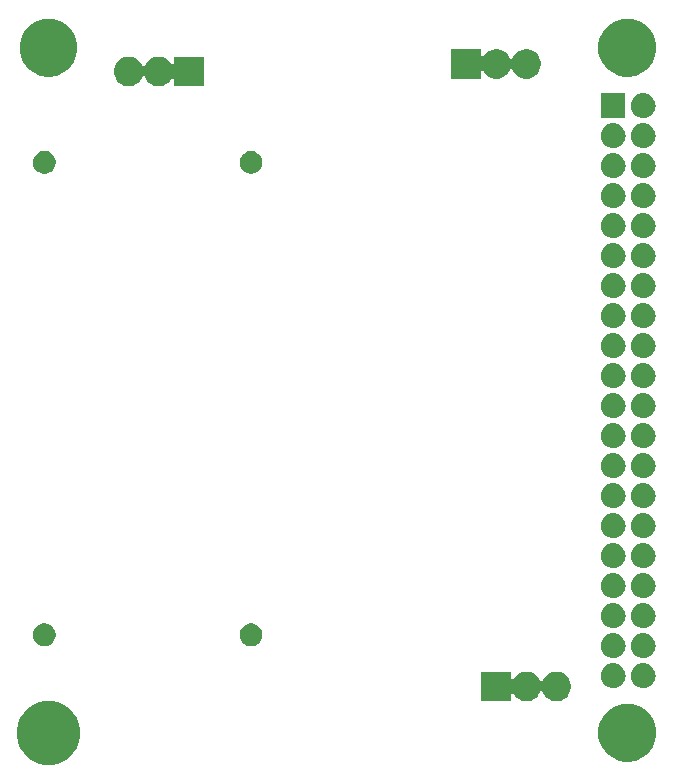
<source format=gbs>
%TF.GenerationSoftware,KiCad,Pcbnew,5.0.2-bee76a0~70~ubuntu18.10.1*%
%TF.CreationDate,2019-11-15T11:24:18+01:00*%
%TF.ProjectId,Busmaster_001,4275736d-6173-4746-9572-5f3030312e6b,rev?*%
%TF.SameCoordinates,Original*%
%TF.FileFunction,Soldermask,Bot*%
%TF.FilePolarity,Negative*%
%FSLAX46Y46*%
G04 Gerber Fmt 4.6, Leading zero omitted, Abs format (unit mm)*
G04 Created by KiCad (PCBNEW 5.0.2-bee76a0~70~ubuntu18.10.1) date Fr 15 Nov 2019 11:24:18 CET*
%MOMM*%
%LPD*%
G01*
G04 APERTURE LIST*
%ADD10C,0.100000*%
G04 APERTURE END LIST*
D10*
G36*
X30187560Y-140403759D02*
X30678928Y-140607290D01*
X30678930Y-140607291D01*
X30734096Y-140644152D01*
X31121153Y-140902775D01*
X31497225Y-141278847D01*
X31792710Y-141721072D01*
X31996241Y-142212440D01*
X32100000Y-142734072D01*
X32100000Y-143265928D01*
X31996241Y-143787560D01*
X31792710Y-144278928D01*
X31497225Y-144721153D01*
X31121153Y-145097225D01*
X31121150Y-145097227D01*
X30678930Y-145392709D01*
X30678929Y-145392710D01*
X30678928Y-145392710D01*
X30187560Y-145596241D01*
X29665928Y-145700000D01*
X29134072Y-145700000D01*
X28612440Y-145596241D01*
X28121072Y-145392710D01*
X28121071Y-145392710D01*
X28121070Y-145392709D01*
X27678850Y-145097227D01*
X27678847Y-145097225D01*
X27302775Y-144721153D01*
X27007290Y-144278928D01*
X26803759Y-143787560D01*
X26700000Y-143265928D01*
X26700000Y-142734072D01*
X26803759Y-142212440D01*
X27007290Y-141721072D01*
X27302775Y-141278847D01*
X27678847Y-140902775D01*
X28065904Y-140644152D01*
X28121070Y-140607291D01*
X28121072Y-140607290D01*
X28612440Y-140403759D01*
X29134072Y-140300000D01*
X29665928Y-140300000D01*
X30187560Y-140403759D01*
X30187560Y-140403759D01*
G37*
G36*
X78877971Y-140597076D02*
X79114639Y-140644152D01*
X79560510Y-140828838D01*
X79961784Y-141096960D01*
X80303040Y-141438216D01*
X80571162Y-141839490D01*
X80755848Y-142285361D01*
X80850000Y-142758696D01*
X80850000Y-143241304D01*
X80755848Y-143714639D01*
X80571162Y-144160510D01*
X80303040Y-144561784D01*
X79961784Y-144903040D01*
X79560510Y-145171162D01*
X79114639Y-145355848D01*
X78929326Y-145392709D01*
X78641305Y-145450000D01*
X78158695Y-145450000D01*
X77870674Y-145392709D01*
X77685361Y-145355848D01*
X77239490Y-145171162D01*
X76838216Y-144903040D01*
X76496960Y-144561784D01*
X76228838Y-144160510D01*
X76044152Y-143714639D01*
X75950000Y-143241304D01*
X75950000Y-142758696D01*
X76044152Y-142285361D01*
X76228838Y-141839490D01*
X76496960Y-141438216D01*
X76838216Y-141096960D01*
X77239490Y-140828838D01*
X77685361Y-140644152D01*
X77922029Y-140597076D01*
X78158695Y-140550000D01*
X78641305Y-140550000D01*
X78877971Y-140597076D01*
X78877971Y-140597076D01*
G37*
G36*
X68560000Y-138333611D02*
X68562402Y-138357997D01*
X68569515Y-138381446D01*
X68581066Y-138403057D01*
X68596612Y-138421999D01*
X68615554Y-138437545D01*
X68637165Y-138449096D01*
X68660614Y-138456209D01*
X68685000Y-138458611D01*
X68709386Y-138456209D01*
X68732835Y-138449096D01*
X68754446Y-138437545D01*
X68773388Y-138421999D01*
X68788934Y-138403058D01*
X68879065Y-138268168D01*
X69053169Y-138094064D01*
X69257904Y-137957264D01*
X69485388Y-137863037D01*
X69726885Y-137815000D01*
X69973115Y-137815000D01*
X70214612Y-137863037D01*
X70442096Y-137957264D01*
X70646831Y-138094064D01*
X70820936Y-138268169D01*
X70957736Y-138472904D01*
X71004515Y-138585839D01*
X71016066Y-138607450D01*
X71031611Y-138626392D01*
X71050554Y-138641938D01*
X71072164Y-138653489D01*
X71095613Y-138660602D01*
X71120000Y-138663004D01*
X71144386Y-138660602D01*
X71167835Y-138653489D01*
X71189446Y-138641938D01*
X71208388Y-138626393D01*
X71223934Y-138607450D01*
X71235485Y-138585839D01*
X71282264Y-138472904D01*
X71419064Y-138268169D01*
X71593169Y-138094064D01*
X71797904Y-137957264D01*
X72025388Y-137863037D01*
X72266885Y-137815000D01*
X72513115Y-137815000D01*
X72754612Y-137863037D01*
X72982096Y-137957264D01*
X73186831Y-138094064D01*
X73360936Y-138268169D01*
X73497736Y-138472904D01*
X73591963Y-138700388D01*
X73640000Y-138941885D01*
X73640000Y-139188115D01*
X73591963Y-139429612D01*
X73497736Y-139657096D01*
X73360936Y-139861831D01*
X73186831Y-140035936D01*
X72982096Y-140172736D01*
X72754612Y-140266963D01*
X72513115Y-140315000D01*
X72266885Y-140315000D01*
X72025388Y-140266963D01*
X71797904Y-140172736D01*
X71593169Y-140035936D01*
X71419064Y-139861831D01*
X71282264Y-139657096D01*
X71235485Y-139544161D01*
X71223934Y-139522550D01*
X71208389Y-139503608D01*
X71189446Y-139488062D01*
X71167836Y-139476511D01*
X71144387Y-139469398D01*
X71120000Y-139466996D01*
X71095614Y-139469398D01*
X71072165Y-139476511D01*
X71050554Y-139488062D01*
X71031612Y-139503607D01*
X71016066Y-139522550D01*
X71004515Y-139544161D01*
X70957736Y-139657096D01*
X70820936Y-139861831D01*
X70646831Y-140035936D01*
X70442096Y-140172736D01*
X70214612Y-140266963D01*
X69973115Y-140315000D01*
X69726885Y-140315000D01*
X69485388Y-140266963D01*
X69257904Y-140172736D01*
X69053169Y-140035936D01*
X68879065Y-139861832D01*
X68788934Y-139726942D01*
X68773388Y-139708000D01*
X68754446Y-139692455D01*
X68732835Y-139680904D01*
X68709386Y-139673791D01*
X68685000Y-139671389D01*
X68660613Y-139673791D01*
X68637164Y-139680904D01*
X68615553Y-139692455D01*
X68596611Y-139708001D01*
X68581066Y-139726943D01*
X68569515Y-139748554D01*
X68562402Y-139772003D01*
X68560000Y-139796389D01*
X68560000Y-140315000D01*
X66060000Y-140315000D01*
X66060000Y-137815000D01*
X68560000Y-137815000D01*
X68560000Y-138333611D01*
X68560000Y-138333611D01*
G37*
G36*
X77328707Y-137117597D02*
X77405836Y-137125193D01*
X77537787Y-137165220D01*
X77603763Y-137185233D01*
X77786172Y-137282733D01*
X77946054Y-137413946D01*
X78077267Y-137573828D01*
X78174767Y-137756237D01*
X78174767Y-137756238D01*
X78234807Y-137954164D01*
X78255080Y-138160000D01*
X78234807Y-138365836D01*
X78217770Y-138421999D01*
X78174767Y-138563763D01*
X78077267Y-138746172D01*
X77946054Y-138906054D01*
X77786172Y-139037267D01*
X77603763Y-139134767D01*
X77537787Y-139154780D01*
X77405836Y-139194807D01*
X77328707Y-139202403D01*
X77251580Y-139210000D01*
X77148420Y-139210000D01*
X77071293Y-139202403D01*
X76994164Y-139194807D01*
X76862213Y-139154780D01*
X76796237Y-139134767D01*
X76613828Y-139037267D01*
X76453946Y-138906054D01*
X76322733Y-138746172D01*
X76225233Y-138563763D01*
X76182230Y-138421999D01*
X76165193Y-138365836D01*
X76144920Y-138160000D01*
X76165193Y-137954164D01*
X76225233Y-137756238D01*
X76225233Y-137756237D01*
X76322733Y-137573828D01*
X76453946Y-137413946D01*
X76613828Y-137282733D01*
X76796237Y-137185233D01*
X76862213Y-137165220D01*
X76994164Y-137125193D01*
X77071293Y-137117597D01*
X77148420Y-137110000D01*
X77251580Y-137110000D01*
X77328707Y-137117597D01*
X77328707Y-137117597D01*
G37*
G36*
X79868707Y-137117597D02*
X79945836Y-137125193D01*
X80077787Y-137165220D01*
X80143763Y-137185233D01*
X80326172Y-137282733D01*
X80486054Y-137413946D01*
X80617267Y-137573828D01*
X80714767Y-137756237D01*
X80714767Y-137756238D01*
X80774807Y-137954164D01*
X80795080Y-138160000D01*
X80774807Y-138365836D01*
X80757770Y-138421999D01*
X80714767Y-138563763D01*
X80617267Y-138746172D01*
X80486054Y-138906054D01*
X80326172Y-139037267D01*
X80143763Y-139134767D01*
X80077787Y-139154780D01*
X79945836Y-139194807D01*
X79868707Y-139202403D01*
X79791580Y-139210000D01*
X79688420Y-139210000D01*
X79611293Y-139202403D01*
X79534164Y-139194807D01*
X79402213Y-139154780D01*
X79336237Y-139134767D01*
X79153828Y-139037267D01*
X78993946Y-138906054D01*
X78862733Y-138746172D01*
X78765233Y-138563763D01*
X78722230Y-138421999D01*
X78705193Y-138365836D01*
X78684920Y-138160000D01*
X78705193Y-137954164D01*
X78765233Y-137756238D01*
X78765233Y-137756237D01*
X78862733Y-137573828D01*
X78993946Y-137413946D01*
X79153828Y-137282733D01*
X79336237Y-137185233D01*
X79402213Y-137165220D01*
X79534164Y-137125193D01*
X79611293Y-137117597D01*
X79688420Y-137110000D01*
X79791580Y-137110000D01*
X79868707Y-137117597D01*
X79868707Y-137117597D01*
G37*
G36*
X77328707Y-134577597D02*
X77405836Y-134585193D01*
X77537787Y-134625220D01*
X77603763Y-134645233D01*
X77786172Y-134742733D01*
X77946054Y-134873946D01*
X78077267Y-135033828D01*
X78174767Y-135216237D01*
X78174767Y-135216238D01*
X78234807Y-135414164D01*
X78255080Y-135620000D01*
X78234807Y-135825836D01*
X78194780Y-135957787D01*
X78174767Y-136023763D01*
X78077267Y-136206172D01*
X77946054Y-136366054D01*
X77786172Y-136497267D01*
X77603763Y-136594767D01*
X77537787Y-136614780D01*
X77405836Y-136654807D01*
X77328707Y-136662404D01*
X77251580Y-136670000D01*
X77148420Y-136670000D01*
X77071293Y-136662404D01*
X76994164Y-136654807D01*
X76862213Y-136614780D01*
X76796237Y-136594767D01*
X76613828Y-136497267D01*
X76453946Y-136366054D01*
X76322733Y-136206172D01*
X76225233Y-136023763D01*
X76205220Y-135957787D01*
X76165193Y-135825836D01*
X76144920Y-135620000D01*
X76165193Y-135414164D01*
X76225233Y-135216238D01*
X76225233Y-135216237D01*
X76322733Y-135033828D01*
X76453946Y-134873946D01*
X76613828Y-134742733D01*
X76796237Y-134645233D01*
X76862213Y-134625220D01*
X76994164Y-134585193D01*
X77071293Y-134577597D01*
X77148420Y-134570000D01*
X77251580Y-134570000D01*
X77328707Y-134577597D01*
X77328707Y-134577597D01*
G37*
G36*
X79868707Y-134577597D02*
X79945836Y-134585193D01*
X80077787Y-134625220D01*
X80143763Y-134645233D01*
X80326172Y-134742733D01*
X80486054Y-134873946D01*
X80617267Y-135033828D01*
X80714767Y-135216237D01*
X80714767Y-135216238D01*
X80774807Y-135414164D01*
X80795080Y-135620000D01*
X80774807Y-135825836D01*
X80734780Y-135957787D01*
X80714767Y-136023763D01*
X80617267Y-136206172D01*
X80486054Y-136366054D01*
X80326172Y-136497267D01*
X80143763Y-136594767D01*
X80077787Y-136614780D01*
X79945836Y-136654807D01*
X79868707Y-136662404D01*
X79791580Y-136670000D01*
X79688420Y-136670000D01*
X79611293Y-136662404D01*
X79534164Y-136654807D01*
X79402213Y-136614780D01*
X79336237Y-136594767D01*
X79153828Y-136497267D01*
X78993946Y-136366054D01*
X78862733Y-136206172D01*
X78765233Y-136023763D01*
X78745220Y-135957787D01*
X78705193Y-135825836D01*
X78684920Y-135620000D01*
X78705193Y-135414164D01*
X78765233Y-135216238D01*
X78765233Y-135216237D01*
X78862733Y-135033828D01*
X78993946Y-134873946D01*
X79153828Y-134742733D01*
X79336237Y-134645233D01*
X79402213Y-134625220D01*
X79534164Y-134585193D01*
X79611293Y-134577597D01*
X79688420Y-134570000D01*
X79791580Y-134570000D01*
X79868707Y-134577597D01*
X79868707Y-134577597D01*
G37*
G36*
X46830603Y-133774968D02*
X46830606Y-133774969D01*
X46830605Y-133774969D01*
X47005678Y-133847486D01*
X47005679Y-133847487D01*
X47163241Y-133952767D01*
X47297233Y-134086759D01*
X47297234Y-134086761D01*
X47402514Y-134244322D01*
X47458603Y-134379734D01*
X47475032Y-134419397D01*
X47512000Y-134605250D01*
X47512000Y-134794750D01*
X47475032Y-134980603D01*
X47475031Y-134980605D01*
X47402514Y-135155678D01*
X47402513Y-135155679D01*
X47297233Y-135313241D01*
X47163241Y-135447233D01*
X47083923Y-135500232D01*
X47005678Y-135552514D01*
X46870266Y-135608603D01*
X46830603Y-135625032D01*
X46644750Y-135662000D01*
X46455250Y-135662000D01*
X46269397Y-135625032D01*
X46229734Y-135608603D01*
X46094322Y-135552514D01*
X46016077Y-135500232D01*
X45936759Y-135447233D01*
X45802767Y-135313241D01*
X45697487Y-135155679D01*
X45697486Y-135155678D01*
X45624969Y-134980605D01*
X45624968Y-134980603D01*
X45588000Y-134794750D01*
X45588000Y-134605250D01*
X45624968Y-134419397D01*
X45641397Y-134379734D01*
X45697486Y-134244322D01*
X45802766Y-134086761D01*
X45802767Y-134086759D01*
X45936759Y-133952767D01*
X46094321Y-133847487D01*
X46094322Y-133847486D01*
X46269395Y-133774969D01*
X46269394Y-133774969D01*
X46269397Y-133774968D01*
X46455250Y-133738000D01*
X46644750Y-133738000D01*
X46830603Y-133774968D01*
X46830603Y-133774968D01*
G37*
G36*
X29330603Y-133774968D02*
X29330606Y-133774969D01*
X29330605Y-133774969D01*
X29505678Y-133847486D01*
X29505679Y-133847487D01*
X29663241Y-133952767D01*
X29797233Y-134086759D01*
X29797234Y-134086761D01*
X29902514Y-134244322D01*
X29958603Y-134379734D01*
X29975032Y-134419397D01*
X30012000Y-134605250D01*
X30012000Y-134794750D01*
X29975032Y-134980603D01*
X29975031Y-134980605D01*
X29902514Y-135155678D01*
X29902513Y-135155679D01*
X29797233Y-135313241D01*
X29663241Y-135447233D01*
X29583923Y-135500232D01*
X29505678Y-135552514D01*
X29370266Y-135608603D01*
X29330603Y-135625032D01*
X29144750Y-135662000D01*
X28955250Y-135662000D01*
X28769397Y-135625032D01*
X28729734Y-135608603D01*
X28594322Y-135552514D01*
X28516077Y-135500232D01*
X28436759Y-135447233D01*
X28302767Y-135313241D01*
X28197487Y-135155679D01*
X28197486Y-135155678D01*
X28124969Y-134980605D01*
X28124968Y-134980603D01*
X28088000Y-134794750D01*
X28088000Y-134605250D01*
X28124968Y-134419397D01*
X28141397Y-134379734D01*
X28197486Y-134244322D01*
X28302766Y-134086761D01*
X28302767Y-134086759D01*
X28436759Y-133952767D01*
X28594321Y-133847487D01*
X28594322Y-133847486D01*
X28769395Y-133774969D01*
X28769394Y-133774969D01*
X28769397Y-133774968D01*
X28955250Y-133738000D01*
X29144750Y-133738000D01*
X29330603Y-133774968D01*
X29330603Y-133774968D01*
G37*
G36*
X77328707Y-132037597D02*
X77405836Y-132045193D01*
X77537787Y-132085220D01*
X77603763Y-132105233D01*
X77786172Y-132202733D01*
X77946054Y-132333946D01*
X78077267Y-132493828D01*
X78174767Y-132676237D01*
X78174767Y-132676238D01*
X78234807Y-132874164D01*
X78255080Y-133080000D01*
X78234807Y-133285836D01*
X78194780Y-133417787D01*
X78174767Y-133483763D01*
X78077267Y-133666172D01*
X77946054Y-133826054D01*
X77786172Y-133957267D01*
X77603763Y-134054767D01*
X77537787Y-134074780D01*
X77405836Y-134114807D01*
X77328707Y-134122403D01*
X77251580Y-134130000D01*
X77148420Y-134130000D01*
X77071293Y-134122403D01*
X76994164Y-134114807D01*
X76862213Y-134074780D01*
X76796237Y-134054767D01*
X76613828Y-133957267D01*
X76453946Y-133826054D01*
X76322733Y-133666172D01*
X76225233Y-133483763D01*
X76205220Y-133417787D01*
X76165193Y-133285836D01*
X76144920Y-133080000D01*
X76165193Y-132874164D01*
X76225233Y-132676238D01*
X76225233Y-132676237D01*
X76322733Y-132493828D01*
X76453946Y-132333946D01*
X76613828Y-132202733D01*
X76796237Y-132105233D01*
X76862213Y-132085220D01*
X76994164Y-132045193D01*
X77071293Y-132037597D01*
X77148420Y-132030000D01*
X77251580Y-132030000D01*
X77328707Y-132037597D01*
X77328707Y-132037597D01*
G37*
G36*
X79868707Y-132037597D02*
X79945836Y-132045193D01*
X80077787Y-132085220D01*
X80143763Y-132105233D01*
X80326172Y-132202733D01*
X80486054Y-132333946D01*
X80617267Y-132493828D01*
X80714767Y-132676237D01*
X80714767Y-132676238D01*
X80774807Y-132874164D01*
X80795080Y-133080000D01*
X80774807Y-133285836D01*
X80734780Y-133417787D01*
X80714767Y-133483763D01*
X80617267Y-133666172D01*
X80486054Y-133826054D01*
X80326172Y-133957267D01*
X80143763Y-134054767D01*
X80077787Y-134074780D01*
X79945836Y-134114807D01*
X79868707Y-134122403D01*
X79791580Y-134130000D01*
X79688420Y-134130000D01*
X79611293Y-134122403D01*
X79534164Y-134114807D01*
X79402213Y-134074780D01*
X79336237Y-134054767D01*
X79153828Y-133957267D01*
X78993946Y-133826054D01*
X78862733Y-133666172D01*
X78765233Y-133483763D01*
X78745220Y-133417787D01*
X78705193Y-133285836D01*
X78684920Y-133080000D01*
X78705193Y-132874164D01*
X78765233Y-132676238D01*
X78765233Y-132676237D01*
X78862733Y-132493828D01*
X78993946Y-132333946D01*
X79153828Y-132202733D01*
X79336237Y-132105233D01*
X79402213Y-132085220D01*
X79534164Y-132045193D01*
X79611293Y-132037597D01*
X79688420Y-132030000D01*
X79791580Y-132030000D01*
X79868707Y-132037597D01*
X79868707Y-132037597D01*
G37*
G36*
X77328707Y-129497597D02*
X77405836Y-129505193D01*
X77537787Y-129545220D01*
X77603763Y-129565233D01*
X77786172Y-129662733D01*
X77946054Y-129793946D01*
X78077267Y-129953828D01*
X78174767Y-130136237D01*
X78174767Y-130136238D01*
X78234807Y-130334164D01*
X78255080Y-130540000D01*
X78234807Y-130745836D01*
X78194780Y-130877787D01*
X78174767Y-130943763D01*
X78077267Y-131126172D01*
X77946054Y-131286054D01*
X77786172Y-131417267D01*
X77603763Y-131514767D01*
X77537787Y-131534780D01*
X77405836Y-131574807D01*
X77328707Y-131582403D01*
X77251580Y-131590000D01*
X77148420Y-131590000D01*
X77071293Y-131582403D01*
X76994164Y-131574807D01*
X76862213Y-131534780D01*
X76796237Y-131514767D01*
X76613828Y-131417267D01*
X76453946Y-131286054D01*
X76322733Y-131126172D01*
X76225233Y-130943763D01*
X76205220Y-130877787D01*
X76165193Y-130745836D01*
X76144920Y-130540000D01*
X76165193Y-130334164D01*
X76225233Y-130136238D01*
X76225233Y-130136237D01*
X76322733Y-129953828D01*
X76453946Y-129793946D01*
X76613828Y-129662733D01*
X76796237Y-129565233D01*
X76862213Y-129545220D01*
X76994164Y-129505193D01*
X77071293Y-129497597D01*
X77148420Y-129490000D01*
X77251580Y-129490000D01*
X77328707Y-129497597D01*
X77328707Y-129497597D01*
G37*
G36*
X79868707Y-129497597D02*
X79945836Y-129505193D01*
X80077787Y-129545220D01*
X80143763Y-129565233D01*
X80326172Y-129662733D01*
X80486054Y-129793946D01*
X80617267Y-129953828D01*
X80714767Y-130136237D01*
X80714767Y-130136238D01*
X80774807Y-130334164D01*
X80795080Y-130540000D01*
X80774807Y-130745836D01*
X80734780Y-130877787D01*
X80714767Y-130943763D01*
X80617267Y-131126172D01*
X80486054Y-131286054D01*
X80326172Y-131417267D01*
X80143763Y-131514767D01*
X80077787Y-131534780D01*
X79945836Y-131574807D01*
X79868707Y-131582403D01*
X79791580Y-131590000D01*
X79688420Y-131590000D01*
X79611293Y-131582403D01*
X79534164Y-131574807D01*
X79402213Y-131534780D01*
X79336237Y-131514767D01*
X79153828Y-131417267D01*
X78993946Y-131286054D01*
X78862733Y-131126172D01*
X78765233Y-130943763D01*
X78745220Y-130877787D01*
X78705193Y-130745836D01*
X78684920Y-130540000D01*
X78705193Y-130334164D01*
X78765233Y-130136238D01*
X78765233Y-130136237D01*
X78862733Y-129953828D01*
X78993946Y-129793946D01*
X79153828Y-129662733D01*
X79336237Y-129565233D01*
X79402213Y-129545220D01*
X79534164Y-129505193D01*
X79611293Y-129497597D01*
X79688420Y-129490000D01*
X79791580Y-129490000D01*
X79868707Y-129497597D01*
X79868707Y-129497597D01*
G37*
G36*
X79868707Y-126957597D02*
X79945836Y-126965193D01*
X80077787Y-127005220D01*
X80143763Y-127025233D01*
X80326172Y-127122733D01*
X80486054Y-127253946D01*
X80617267Y-127413828D01*
X80714767Y-127596237D01*
X80714767Y-127596238D01*
X80774807Y-127794164D01*
X80795080Y-128000000D01*
X80774807Y-128205836D01*
X80734780Y-128337787D01*
X80714767Y-128403763D01*
X80617267Y-128586172D01*
X80486054Y-128746054D01*
X80326172Y-128877267D01*
X80143763Y-128974767D01*
X80077787Y-128994780D01*
X79945836Y-129034807D01*
X79868707Y-129042403D01*
X79791580Y-129050000D01*
X79688420Y-129050000D01*
X79611293Y-129042403D01*
X79534164Y-129034807D01*
X79402213Y-128994780D01*
X79336237Y-128974767D01*
X79153828Y-128877267D01*
X78993946Y-128746054D01*
X78862733Y-128586172D01*
X78765233Y-128403763D01*
X78745220Y-128337787D01*
X78705193Y-128205836D01*
X78684920Y-128000000D01*
X78705193Y-127794164D01*
X78765233Y-127596238D01*
X78765233Y-127596237D01*
X78862733Y-127413828D01*
X78993946Y-127253946D01*
X79153828Y-127122733D01*
X79336237Y-127025233D01*
X79402213Y-127005220D01*
X79534164Y-126965193D01*
X79611293Y-126957597D01*
X79688420Y-126950000D01*
X79791580Y-126950000D01*
X79868707Y-126957597D01*
X79868707Y-126957597D01*
G37*
G36*
X77328707Y-126957597D02*
X77405836Y-126965193D01*
X77537787Y-127005220D01*
X77603763Y-127025233D01*
X77786172Y-127122733D01*
X77946054Y-127253946D01*
X78077267Y-127413828D01*
X78174767Y-127596237D01*
X78174767Y-127596238D01*
X78234807Y-127794164D01*
X78255080Y-128000000D01*
X78234807Y-128205836D01*
X78194780Y-128337787D01*
X78174767Y-128403763D01*
X78077267Y-128586172D01*
X77946054Y-128746054D01*
X77786172Y-128877267D01*
X77603763Y-128974767D01*
X77537787Y-128994780D01*
X77405836Y-129034807D01*
X77328707Y-129042403D01*
X77251580Y-129050000D01*
X77148420Y-129050000D01*
X77071293Y-129042403D01*
X76994164Y-129034807D01*
X76862213Y-128994780D01*
X76796237Y-128974767D01*
X76613828Y-128877267D01*
X76453946Y-128746054D01*
X76322733Y-128586172D01*
X76225233Y-128403763D01*
X76205220Y-128337787D01*
X76165193Y-128205836D01*
X76144920Y-128000000D01*
X76165193Y-127794164D01*
X76225233Y-127596238D01*
X76225233Y-127596237D01*
X76322733Y-127413828D01*
X76453946Y-127253946D01*
X76613828Y-127122733D01*
X76796237Y-127025233D01*
X76862213Y-127005220D01*
X76994164Y-126965193D01*
X77071293Y-126957597D01*
X77148420Y-126950000D01*
X77251580Y-126950000D01*
X77328707Y-126957597D01*
X77328707Y-126957597D01*
G37*
G36*
X77328707Y-124417597D02*
X77405836Y-124425193D01*
X77537787Y-124465220D01*
X77603763Y-124485233D01*
X77786172Y-124582733D01*
X77946054Y-124713946D01*
X78077267Y-124873828D01*
X78174767Y-125056237D01*
X78174767Y-125056238D01*
X78234807Y-125254164D01*
X78255080Y-125460000D01*
X78234807Y-125665836D01*
X78194780Y-125797787D01*
X78174767Y-125863763D01*
X78077267Y-126046172D01*
X77946054Y-126206054D01*
X77786172Y-126337267D01*
X77603763Y-126434767D01*
X77537787Y-126454780D01*
X77405836Y-126494807D01*
X77328707Y-126502404D01*
X77251580Y-126510000D01*
X77148420Y-126510000D01*
X77071293Y-126502404D01*
X76994164Y-126494807D01*
X76862213Y-126454780D01*
X76796237Y-126434767D01*
X76613828Y-126337267D01*
X76453946Y-126206054D01*
X76322733Y-126046172D01*
X76225233Y-125863763D01*
X76205220Y-125797787D01*
X76165193Y-125665836D01*
X76144920Y-125460000D01*
X76165193Y-125254164D01*
X76225233Y-125056238D01*
X76225233Y-125056237D01*
X76322733Y-124873828D01*
X76453946Y-124713946D01*
X76613828Y-124582733D01*
X76796237Y-124485233D01*
X76862213Y-124465220D01*
X76994164Y-124425193D01*
X77071293Y-124417597D01*
X77148420Y-124410000D01*
X77251580Y-124410000D01*
X77328707Y-124417597D01*
X77328707Y-124417597D01*
G37*
G36*
X79868707Y-124417597D02*
X79945836Y-124425193D01*
X80077787Y-124465220D01*
X80143763Y-124485233D01*
X80326172Y-124582733D01*
X80486054Y-124713946D01*
X80617267Y-124873828D01*
X80714767Y-125056237D01*
X80714767Y-125056238D01*
X80774807Y-125254164D01*
X80795080Y-125460000D01*
X80774807Y-125665836D01*
X80734780Y-125797787D01*
X80714767Y-125863763D01*
X80617267Y-126046172D01*
X80486054Y-126206054D01*
X80326172Y-126337267D01*
X80143763Y-126434767D01*
X80077787Y-126454780D01*
X79945836Y-126494807D01*
X79868707Y-126502404D01*
X79791580Y-126510000D01*
X79688420Y-126510000D01*
X79611293Y-126502404D01*
X79534164Y-126494807D01*
X79402213Y-126454780D01*
X79336237Y-126434767D01*
X79153828Y-126337267D01*
X78993946Y-126206054D01*
X78862733Y-126046172D01*
X78765233Y-125863763D01*
X78745220Y-125797787D01*
X78705193Y-125665836D01*
X78684920Y-125460000D01*
X78705193Y-125254164D01*
X78765233Y-125056238D01*
X78765233Y-125056237D01*
X78862733Y-124873828D01*
X78993946Y-124713946D01*
X79153828Y-124582733D01*
X79336237Y-124485233D01*
X79402213Y-124465220D01*
X79534164Y-124425193D01*
X79611293Y-124417597D01*
X79688420Y-124410000D01*
X79791580Y-124410000D01*
X79868707Y-124417597D01*
X79868707Y-124417597D01*
G37*
G36*
X77328707Y-121877597D02*
X77405836Y-121885193D01*
X77537787Y-121925220D01*
X77603763Y-121945233D01*
X77786172Y-122042733D01*
X77946054Y-122173946D01*
X78077267Y-122333828D01*
X78174767Y-122516237D01*
X78174767Y-122516238D01*
X78234807Y-122714164D01*
X78255080Y-122920000D01*
X78234807Y-123125836D01*
X78194780Y-123257787D01*
X78174767Y-123323763D01*
X78077267Y-123506172D01*
X77946054Y-123666054D01*
X77786172Y-123797267D01*
X77603763Y-123894767D01*
X77537787Y-123914780D01*
X77405836Y-123954807D01*
X77328707Y-123962403D01*
X77251580Y-123970000D01*
X77148420Y-123970000D01*
X77071293Y-123962403D01*
X76994164Y-123954807D01*
X76862213Y-123914780D01*
X76796237Y-123894767D01*
X76613828Y-123797267D01*
X76453946Y-123666054D01*
X76322733Y-123506172D01*
X76225233Y-123323763D01*
X76205220Y-123257787D01*
X76165193Y-123125836D01*
X76144920Y-122920000D01*
X76165193Y-122714164D01*
X76225233Y-122516238D01*
X76225233Y-122516237D01*
X76322733Y-122333828D01*
X76453946Y-122173946D01*
X76613828Y-122042733D01*
X76796237Y-121945233D01*
X76862213Y-121925220D01*
X76994164Y-121885193D01*
X77071293Y-121877597D01*
X77148420Y-121870000D01*
X77251580Y-121870000D01*
X77328707Y-121877597D01*
X77328707Y-121877597D01*
G37*
G36*
X79868707Y-121877597D02*
X79945836Y-121885193D01*
X80077787Y-121925220D01*
X80143763Y-121945233D01*
X80326172Y-122042733D01*
X80486054Y-122173946D01*
X80617267Y-122333828D01*
X80714767Y-122516237D01*
X80714767Y-122516238D01*
X80774807Y-122714164D01*
X80795080Y-122920000D01*
X80774807Y-123125836D01*
X80734780Y-123257787D01*
X80714767Y-123323763D01*
X80617267Y-123506172D01*
X80486054Y-123666054D01*
X80326172Y-123797267D01*
X80143763Y-123894767D01*
X80077787Y-123914780D01*
X79945836Y-123954807D01*
X79868707Y-123962403D01*
X79791580Y-123970000D01*
X79688420Y-123970000D01*
X79611293Y-123962403D01*
X79534164Y-123954807D01*
X79402213Y-123914780D01*
X79336237Y-123894767D01*
X79153828Y-123797267D01*
X78993946Y-123666054D01*
X78862733Y-123506172D01*
X78765233Y-123323763D01*
X78745220Y-123257787D01*
X78705193Y-123125836D01*
X78684920Y-122920000D01*
X78705193Y-122714164D01*
X78765233Y-122516238D01*
X78765233Y-122516237D01*
X78862733Y-122333828D01*
X78993946Y-122173946D01*
X79153828Y-122042733D01*
X79336237Y-121945233D01*
X79402213Y-121925220D01*
X79534164Y-121885193D01*
X79611293Y-121877597D01*
X79688420Y-121870000D01*
X79791580Y-121870000D01*
X79868707Y-121877597D01*
X79868707Y-121877597D01*
G37*
G36*
X77328707Y-119337596D02*
X77405836Y-119345193D01*
X77537787Y-119385220D01*
X77603763Y-119405233D01*
X77786172Y-119502733D01*
X77946054Y-119633946D01*
X78077267Y-119793828D01*
X78174767Y-119976237D01*
X78174767Y-119976238D01*
X78234807Y-120174164D01*
X78255080Y-120380000D01*
X78234807Y-120585836D01*
X78194780Y-120717787D01*
X78174767Y-120783763D01*
X78077267Y-120966172D01*
X77946054Y-121126054D01*
X77786172Y-121257267D01*
X77603763Y-121354767D01*
X77537787Y-121374780D01*
X77405836Y-121414807D01*
X77328707Y-121422403D01*
X77251580Y-121430000D01*
X77148420Y-121430000D01*
X77071293Y-121422403D01*
X76994164Y-121414807D01*
X76862213Y-121374780D01*
X76796237Y-121354767D01*
X76613828Y-121257267D01*
X76453946Y-121126054D01*
X76322733Y-120966172D01*
X76225233Y-120783763D01*
X76205220Y-120717787D01*
X76165193Y-120585836D01*
X76144920Y-120380000D01*
X76165193Y-120174164D01*
X76225233Y-119976238D01*
X76225233Y-119976237D01*
X76322733Y-119793828D01*
X76453946Y-119633946D01*
X76613828Y-119502733D01*
X76796237Y-119405233D01*
X76862213Y-119385220D01*
X76994164Y-119345193D01*
X77071293Y-119337596D01*
X77148420Y-119330000D01*
X77251580Y-119330000D01*
X77328707Y-119337596D01*
X77328707Y-119337596D01*
G37*
G36*
X79868707Y-119337596D02*
X79945836Y-119345193D01*
X80077787Y-119385220D01*
X80143763Y-119405233D01*
X80326172Y-119502733D01*
X80486054Y-119633946D01*
X80617267Y-119793828D01*
X80714767Y-119976237D01*
X80714767Y-119976238D01*
X80774807Y-120174164D01*
X80795080Y-120380000D01*
X80774807Y-120585836D01*
X80734780Y-120717787D01*
X80714767Y-120783763D01*
X80617267Y-120966172D01*
X80486054Y-121126054D01*
X80326172Y-121257267D01*
X80143763Y-121354767D01*
X80077787Y-121374780D01*
X79945836Y-121414807D01*
X79868707Y-121422403D01*
X79791580Y-121430000D01*
X79688420Y-121430000D01*
X79611293Y-121422403D01*
X79534164Y-121414807D01*
X79402213Y-121374780D01*
X79336237Y-121354767D01*
X79153828Y-121257267D01*
X78993946Y-121126054D01*
X78862733Y-120966172D01*
X78765233Y-120783763D01*
X78745220Y-120717787D01*
X78705193Y-120585836D01*
X78684920Y-120380000D01*
X78705193Y-120174164D01*
X78765233Y-119976238D01*
X78765233Y-119976237D01*
X78862733Y-119793828D01*
X78993946Y-119633946D01*
X79153828Y-119502733D01*
X79336237Y-119405233D01*
X79402213Y-119385220D01*
X79534164Y-119345193D01*
X79611293Y-119337596D01*
X79688420Y-119330000D01*
X79791580Y-119330000D01*
X79868707Y-119337596D01*
X79868707Y-119337596D01*
G37*
G36*
X79868707Y-116797596D02*
X79945836Y-116805193D01*
X80077787Y-116845220D01*
X80143763Y-116865233D01*
X80326172Y-116962733D01*
X80486054Y-117093946D01*
X80617267Y-117253828D01*
X80714767Y-117436237D01*
X80714767Y-117436238D01*
X80774807Y-117634164D01*
X80795080Y-117840000D01*
X80774807Y-118045836D01*
X80734780Y-118177787D01*
X80714767Y-118243763D01*
X80617267Y-118426172D01*
X80486054Y-118586054D01*
X80326172Y-118717267D01*
X80143763Y-118814767D01*
X80077787Y-118834780D01*
X79945836Y-118874807D01*
X79868707Y-118882404D01*
X79791580Y-118890000D01*
X79688420Y-118890000D01*
X79611293Y-118882404D01*
X79534164Y-118874807D01*
X79402213Y-118834780D01*
X79336237Y-118814767D01*
X79153828Y-118717267D01*
X78993946Y-118586054D01*
X78862733Y-118426172D01*
X78765233Y-118243763D01*
X78745220Y-118177787D01*
X78705193Y-118045836D01*
X78684920Y-117840000D01*
X78705193Y-117634164D01*
X78765233Y-117436238D01*
X78765233Y-117436237D01*
X78862733Y-117253828D01*
X78993946Y-117093946D01*
X79153828Y-116962733D01*
X79336237Y-116865233D01*
X79402213Y-116845220D01*
X79534164Y-116805193D01*
X79611293Y-116797596D01*
X79688420Y-116790000D01*
X79791580Y-116790000D01*
X79868707Y-116797596D01*
X79868707Y-116797596D01*
G37*
G36*
X77328707Y-116797596D02*
X77405836Y-116805193D01*
X77537787Y-116845220D01*
X77603763Y-116865233D01*
X77786172Y-116962733D01*
X77946054Y-117093946D01*
X78077267Y-117253828D01*
X78174767Y-117436237D01*
X78174767Y-117436238D01*
X78234807Y-117634164D01*
X78255080Y-117840000D01*
X78234807Y-118045836D01*
X78194780Y-118177787D01*
X78174767Y-118243763D01*
X78077267Y-118426172D01*
X77946054Y-118586054D01*
X77786172Y-118717267D01*
X77603763Y-118814767D01*
X77537787Y-118834780D01*
X77405836Y-118874807D01*
X77328707Y-118882404D01*
X77251580Y-118890000D01*
X77148420Y-118890000D01*
X77071293Y-118882404D01*
X76994164Y-118874807D01*
X76862213Y-118834780D01*
X76796237Y-118814767D01*
X76613828Y-118717267D01*
X76453946Y-118586054D01*
X76322733Y-118426172D01*
X76225233Y-118243763D01*
X76205220Y-118177787D01*
X76165193Y-118045836D01*
X76144920Y-117840000D01*
X76165193Y-117634164D01*
X76225233Y-117436238D01*
X76225233Y-117436237D01*
X76322733Y-117253828D01*
X76453946Y-117093946D01*
X76613828Y-116962733D01*
X76796237Y-116865233D01*
X76862213Y-116845220D01*
X76994164Y-116805193D01*
X77071293Y-116797596D01*
X77148420Y-116790000D01*
X77251580Y-116790000D01*
X77328707Y-116797596D01*
X77328707Y-116797596D01*
G37*
G36*
X77328707Y-114257596D02*
X77405836Y-114265193D01*
X77537787Y-114305220D01*
X77603763Y-114325233D01*
X77786172Y-114422733D01*
X77946054Y-114553946D01*
X78077267Y-114713828D01*
X78174767Y-114896237D01*
X78174767Y-114896238D01*
X78234807Y-115094164D01*
X78255080Y-115300000D01*
X78234807Y-115505836D01*
X78194780Y-115637787D01*
X78174767Y-115703763D01*
X78077267Y-115886172D01*
X77946054Y-116046054D01*
X77786172Y-116177267D01*
X77603763Y-116274767D01*
X77537787Y-116294780D01*
X77405836Y-116334807D01*
X77328707Y-116342404D01*
X77251580Y-116350000D01*
X77148420Y-116350000D01*
X77071293Y-116342404D01*
X76994164Y-116334807D01*
X76862213Y-116294780D01*
X76796237Y-116274767D01*
X76613828Y-116177267D01*
X76453946Y-116046054D01*
X76322733Y-115886172D01*
X76225233Y-115703763D01*
X76205220Y-115637787D01*
X76165193Y-115505836D01*
X76144920Y-115300000D01*
X76165193Y-115094164D01*
X76225233Y-114896238D01*
X76225233Y-114896237D01*
X76322733Y-114713828D01*
X76453946Y-114553946D01*
X76613828Y-114422733D01*
X76796237Y-114325233D01*
X76862213Y-114305220D01*
X76994164Y-114265193D01*
X77071293Y-114257596D01*
X77148420Y-114250000D01*
X77251580Y-114250000D01*
X77328707Y-114257596D01*
X77328707Y-114257596D01*
G37*
G36*
X79868707Y-114257596D02*
X79945836Y-114265193D01*
X80077787Y-114305220D01*
X80143763Y-114325233D01*
X80326172Y-114422733D01*
X80486054Y-114553946D01*
X80617267Y-114713828D01*
X80714767Y-114896237D01*
X80714767Y-114896238D01*
X80774807Y-115094164D01*
X80795080Y-115300000D01*
X80774807Y-115505836D01*
X80734780Y-115637787D01*
X80714767Y-115703763D01*
X80617267Y-115886172D01*
X80486054Y-116046054D01*
X80326172Y-116177267D01*
X80143763Y-116274767D01*
X80077787Y-116294780D01*
X79945836Y-116334807D01*
X79868707Y-116342404D01*
X79791580Y-116350000D01*
X79688420Y-116350000D01*
X79611293Y-116342404D01*
X79534164Y-116334807D01*
X79402213Y-116294780D01*
X79336237Y-116274767D01*
X79153828Y-116177267D01*
X78993946Y-116046054D01*
X78862733Y-115886172D01*
X78765233Y-115703763D01*
X78745220Y-115637787D01*
X78705193Y-115505836D01*
X78684920Y-115300000D01*
X78705193Y-115094164D01*
X78765233Y-114896238D01*
X78765233Y-114896237D01*
X78862733Y-114713828D01*
X78993946Y-114553946D01*
X79153828Y-114422733D01*
X79336237Y-114325233D01*
X79402213Y-114305220D01*
X79534164Y-114265193D01*
X79611293Y-114257596D01*
X79688420Y-114250000D01*
X79791580Y-114250000D01*
X79868707Y-114257596D01*
X79868707Y-114257596D01*
G37*
G36*
X77328707Y-111717596D02*
X77405836Y-111725193D01*
X77537787Y-111765220D01*
X77603763Y-111785233D01*
X77786172Y-111882733D01*
X77946054Y-112013946D01*
X78077267Y-112173828D01*
X78174767Y-112356237D01*
X78174767Y-112356238D01*
X78234807Y-112554164D01*
X78255080Y-112760000D01*
X78234807Y-112965836D01*
X78194780Y-113097787D01*
X78174767Y-113163763D01*
X78077267Y-113346172D01*
X77946054Y-113506054D01*
X77786172Y-113637267D01*
X77603763Y-113734767D01*
X77537787Y-113754780D01*
X77405836Y-113794807D01*
X77328707Y-113802403D01*
X77251580Y-113810000D01*
X77148420Y-113810000D01*
X77071293Y-113802403D01*
X76994164Y-113794807D01*
X76862213Y-113754780D01*
X76796237Y-113734767D01*
X76613828Y-113637267D01*
X76453946Y-113506054D01*
X76322733Y-113346172D01*
X76225233Y-113163763D01*
X76205220Y-113097787D01*
X76165193Y-112965836D01*
X76144920Y-112760000D01*
X76165193Y-112554164D01*
X76225233Y-112356238D01*
X76225233Y-112356237D01*
X76322733Y-112173828D01*
X76453946Y-112013946D01*
X76613828Y-111882733D01*
X76796237Y-111785233D01*
X76862213Y-111765220D01*
X76994164Y-111725193D01*
X77071293Y-111717596D01*
X77148420Y-111710000D01*
X77251580Y-111710000D01*
X77328707Y-111717596D01*
X77328707Y-111717596D01*
G37*
G36*
X79868707Y-111717596D02*
X79945836Y-111725193D01*
X80077787Y-111765220D01*
X80143763Y-111785233D01*
X80326172Y-111882733D01*
X80486054Y-112013946D01*
X80617267Y-112173828D01*
X80714767Y-112356237D01*
X80714767Y-112356238D01*
X80774807Y-112554164D01*
X80795080Y-112760000D01*
X80774807Y-112965836D01*
X80734780Y-113097787D01*
X80714767Y-113163763D01*
X80617267Y-113346172D01*
X80486054Y-113506054D01*
X80326172Y-113637267D01*
X80143763Y-113734767D01*
X80077787Y-113754780D01*
X79945836Y-113794807D01*
X79868707Y-113802403D01*
X79791580Y-113810000D01*
X79688420Y-113810000D01*
X79611293Y-113802403D01*
X79534164Y-113794807D01*
X79402213Y-113754780D01*
X79336237Y-113734767D01*
X79153828Y-113637267D01*
X78993946Y-113506054D01*
X78862733Y-113346172D01*
X78765233Y-113163763D01*
X78745220Y-113097787D01*
X78705193Y-112965836D01*
X78684920Y-112760000D01*
X78705193Y-112554164D01*
X78765233Y-112356238D01*
X78765233Y-112356237D01*
X78862733Y-112173828D01*
X78993946Y-112013946D01*
X79153828Y-111882733D01*
X79336237Y-111785233D01*
X79402213Y-111765220D01*
X79534164Y-111725193D01*
X79611293Y-111717596D01*
X79688420Y-111710000D01*
X79791580Y-111710000D01*
X79868707Y-111717596D01*
X79868707Y-111717596D01*
G37*
G36*
X77328707Y-109177597D02*
X77405836Y-109185193D01*
X77537787Y-109225220D01*
X77603763Y-109245233D01*
X77786172Y-109342733D01*
X77946054Y-109473946D01*
X78077267Y-109633828D01*
X78174767Y-109816237D01*
X78174767Y-109816238D01*
X78234807Y-110014164D01*
X78255080Y-110220000D01*
X78234807Y-110425836D01*
X78194780Y-110557787D01*
X78174767Y-110623763D01*
X78077267Y-110806172D01*
X77946054Y-110966054D01*
X77786172Y-111097267D01*
X77603763Y-111194767D01*
X77537787Y-111214780D01*
X77405836Y-111254807D01*
X77328707Y-111262403D01*
X77251580Y-111270000D01*
X77148420Y-111270000D01*
X77071293Y-111262403D01*
X76994164Y-111254807D01*
X76862213Y-111214780D01*
X76796237Y-111194767D01*
X76613828Y-111097267D01*
X76453946Y-110966054D01*
X76322733Y-110806172D01*
X76225233Y-110623763D01*
X76205220Y-110557787D01*
X76165193Y-110425836D01*
X76144920Y-110220000D01*
X76165193Y-110014164D01*
X76225233Y-109816238D01*
X76225233Y-109816237D01*
X76322733Y-109633828D01*
X76453946Y-109473946D01*
X76613828Y-109342733D01*
X76796237Y-109245233D01*
X76862213Y-109225220D01*
X76994164Y-109185193D01*
X77071293Y-109177597D01*
X77148420Y-109170000D01*
X77251580Y-109170000D01*
X77328707Y-109177597D01*
X77328707Y-109177597D01*
G37*
G36*
X79868707Y-109177597D02*
X79945836Y-109185193D01*
X80077787Y-109225220D01*
X80143763Y-109245233D01*
X80326172Y-109342733D01*
X80486054Y-109473946D01*
X80617267Y-109633828D01*
X80714767Y-109816237D01*
X80714767Y-109816238D01*
X80774807Y-110014164D01*
X80795080Y-110220000D01*
X80774807Y-110425836D01*
X80734780Y-110557787D01*
X80714767Y-110623763D01*
X80617267Y-110806172D01*
X80486054Y-110966054D01*
X80326172Y-111097267D01*
X80143763Y-111194767D01*
X80077787Y-111214780D01*
X79945836Y-111254807D01*
X79868707Y-111262403D01*
X79791580Y-111270000D01*
X79688420Y-111270000D01*
X79611293Y-111262403D01*
X79534164Y-111254807D01*
X79402213Y-111214780D01*
X79336237Y-111194767D01*
X79153828Y-111097267D01*
X78993946Y-110966054D01*
X78862733Y-110806172D01*
X78765233Y-110623763D01*
X78745220Y-110557787D01*
X78705193Y-110425836D01*
X78684920Y-110220000D01*
X78705193Y-110014164D01*
X78765233Y-109816238D01*
X78765233Y-109816237D01*
X78862733Y-109633828D01*
X78993946Y-109473946D01*
X79153828Y-109342733D01*
X79336237Y-109245233D01*
X79402213Y-109225220D01*
X79534164Y-109185193D01*
X79611293Y-109177597D01*
X79688420Y-109170000D01*
X79791580Y-109170000D01*
X79868707Y-109177597D01*
X79868707Y-109177597D01*
G37*
G36*
X79868707Y-106637596D02*
X79945836Y-106645193D01*
X80077787Y-106685220D01*
X80143763Y-106705233D01*
X80326172Y-106802733D01*
X80486054Y-106933946D01*
X80617267Y-107093828D01*
X80714767Y-107276237D01*
X80714767Y-107276238D01*
X80774807Y-107474164D01*
X80795080Y-107680000D01*
X80774807Y-107885836D01*
X80734780Y-108017787D01*
X80714767Y-108083763D01*
X80617267Y-108266172D01*
X80486054Y-108426054D01*
X80326172Y-108557267D01*
X80143763Y-108654767D01*
X80077787Y-108674780D01*
X79945836Y-108714807D01*
X79868707Y-108722404D01*
X79791580Y-108730000D01*
X79688420Y-108730000D01*
X79611293Y-108722404D01*
X79534164Y-108714807D01*
X79402213Y-108674780D01*
X79336237Y-108654767D01*
X79153828Y-108557267D01*
X78993946Y-108426054D01*
X78862733Y-108266172D01*
X78765233Y-108083763D01*
X78745220Y-108017787D01*
X78705193Y-107885836D01*
X78684920Y-107680000D01*
X78705193Y-107474164D01*
X78765233Y-107276238D01*
X78765233Y-107276237D01*
X78862733Y-107093828D01*
X78993946Y-106933946D01*
X79153828Y-106802733D01*
X79336237Y-106705233D01*
X79402213Y-106685220D01*
X79534164Y-106645193D01*
X79611293Y-106637596D01*
X79688420Y-106630000D01*
X79791580Y-106630000D01*
X79868707Y-106637596D01*
X79868707Y-106637596D01*
G37*
G36*
X77328707Y-106637596D02*
X77405836Y-106645193D01*
X77537787Y-106685220D01*
X77603763Y-106705233D01*
X77786172Y-106802733D01*
X77946054Y-106933946D01*
X78077267Y-107093828D01*
X78174767Y-107276237D01*
X78174767Y-107276238D01*
X78234807Y-107474164D01*
X78255080Y-107680000D01*
X78234807Y-107885836D01*
X78194780Y-108017787D01*
X78174767Y-108083763D01*
X78077267Y-108266172D01*
X77946054Y-108426054D01*
X77786172Y-108557267D01*
X77603763Y-108654767D01*
X77537787Y-108674780D01*
X77405836Y-108714807D01*
X77328707Y-108722404D01*
X77251580Y-108730000D01*
X77148420Y-108730000D01*
X77071293Y-108722404D01*
X76994164Y-108714807D01*
X76862213Y-108674780D01*
X76796237Y-108654767D01*
X76613828Y-108557267D01*
X76453946Y-108426054D01*
X76322733Y-108266172D01*
X76225233Y-108083763D01*
X76205220Y-108017787D01*
X76165193Y-107885836D01*
X76144920Y-107680000D01*
X76165193Y-107474164D01*
X76225233Y-107276238D01*
X76225233Y-107276237D01*
X76322733Y-107093828D01*
X76453946Y-106933946D01*
X76613828Y-106802733D01*
X76796237Y-106705233D01*
X76862213Y-106685220D01*
X76994164Y-106645193D01*
X77071293Y-106637596D01*
X77148420Y-106630000D01*
X77251580Y-106630000D01*
X77328707Y-106637596D01*
X77328707Y-106637596D01*
G37*
G36*
X79868707Y-104097597D02*
X79945836Y-104105193D01*
X80077787Y-104145220D01*
X80143763Y-104165233D01*
X80326172Y-104262733D01*
X80486054Y-104393946D01*
X80617267Y-104553828D01*
X80714767Y-104736237D01*
X80714767Y-104736238D01*
X80774807Y-104934164D01*
X80795080Y-105140000D01*
X80774807Y-105345836D01*
X80734780Y-105477787D01*
X80714767Y-105543763D01*
X80617267Y-105726172D01*
X80486054Y-105886054D01*
X80326172Y-106017267D01*
X80143763Y-106114767D01*
X80077787Y-106134780D01*
X79945836Y-106174807D01*
X79868707Y-106182404D01*
X79791580Y-106190000D01*
X79688420Y-106190000D01*
X79611293Y-106182404D01*
X79534164Y-106174807D01*
X79402213Y-106134780D01*
X79336237Y-106114767D01*
X79153828Y-106017267D01*
X78993946Y-105886054D01*
X78862733Y-105726172D01*
X78765233Y-105543763D01*
X78745220Y-105477787D01*
X78705193Y-105345836D01*
X78684920Y-105140000D01*
X78705193Y-104934164D01*
X78765233Y-104736238D01*
X78765233Y-104736237D01*
X78862733Y-104553828D01*
X78993946Y-104393946D01*
X79153828Y-104262733D01*
X79336237Y-104165233D01*
X79402213Y-104145220D01*
X79534164Y-104105193D01*
X79611293Y-104097597D01*
X79688420Y-104090000D01*
X79791580Y-104090000D01*
X79868707Y-104097597D01*
X79868707Y-104097597D01*
G37*
G36*
X77328707Y-104097597D02*
X77405836Y-104105193D01*
X77537787Y-104145220D01*
X77603763Y-104165233D01*
X77786172Y-104262733D01*
X77946054Y-104393946D01*
X78077267Y-104553828D01*
X78174767Y-104736237D01*
X78174767Y-104736238D01*
X78234807Y-104934164D01*
X78255080Y-105140000D01*
X78234807Y-105345836D01*
X78194780Y-105477787D01*
X78174767Y-105543763D01*
X78077267Y-105726172D01*
X77946054Y-105886054D01*
X77786172Y-106017267D01*
X77603763Y-106114767D01*
X77537787Y-106134780D01*
X77405836Y-106174807D01*
X77328707Y-106182404D01*
X77251580Y-106190000D01*
X77148420Y-106190000D01*
X77071293Y-106182404D01*
X76994164Y-106174807D01*
X76862213Y-106134780D01*
X76796237Y-106114767D01*
X76613828Y-106017267D01*
X76453946Y-105886054D01*
X76322733Y-105726172D01*
X76225233Y-105543763D01*
X76205220Y-105477787D01*
X76165193Y-105345836D01*
X76144920Y-105140000D01*
X76165193Y-104934164D01*
X76225233Y-104736238D01*
X76225233Y-104736237D01*
X76322733Y-104553828D01*
X76453946Y-104393946D01*
X76613828Y-104262733D01*
X76796237Y-104165233D01*
X76862213Y-104145220D01*
X76994164Y-104105193D01*
X77071293Y-104097597D01*
X77148420Y-104090000D01*
X77251580Y-104090000D01*
X77328707Y-104097597D01*
X77328707Y-104097597D01*
G37*
G36*
X79868707Y-101557596D02*
X79945836Y-101565193D01*
X80077787Y-101605220D01*
X80143763Y-101625233D01*
X80326172Y-101722733D01*
X80486054Y-101853946D01*
X80617267Y-102013828D01*
X80714767Y-102196237D01*
X80714767Y-102196238D01*
X80774807Y-102394164D01*
X80795080Y-102600000D01*
X80774807Y-102805836D01*
X80734780Y-102937787D01*
X80714767Y-103003763D01*
X80617267Y-103186172D01*
X80486054Y-103346054D01*
X80326172Y-103477267D01*
X80143763Y-103574767D01*
X80077787Y-103594780D01*
X79945836Y-103634807D01*
X79868707Y-103642404D01*
X79791580Y-103650000D01*
X79688420Y-103650000D01*
X79611293Y-103642404D01*
X79534164Y-103634807D01*
X79402213Y-103594780D01*
X79336237Y-103574767D01*
X79153828Y-103477267D01*
X78993946Y-103346054D01*
X78862733Y-103186172D01*
X78765233Y-103003763D01*
X78745220Y-102937787D01*
X78705193Y-102805836D01*
X78684920Y-102600000D01*
X78705193Y-102394164D01*
X78765233Y-102196238D01*
X78765233Y-102196237D01*
X78862733Y-102013828D01*
X78993946Y-101853946D01*
X79153828Y-101722733D01*
X79336237Y-101625233D01*
X79402213Y-101605220D01*
X79534164Y-101565193D01*
X79611293Y-101557596D01*
X79688420Y-101550000D01*
X79791580Y-101550000D01*
X79868707Y-101557596D01*
X79868707Y-101557596D01*
G37*
G36*
X77328707Y-101557596D02*
X77405836Y-101565193D01*
X77537787Y-101605220D01*
X77603763Y-101625233D01*
X77786172Y-101722733D01*
X77946054Y-101853946D01*
X78077267Y-102013828D01*
X78174767Y-102196237D01*
X78174767Y-102196238D01*
X78234807Y-102394164D01*
X78255080Y-102600000D01*
X78234807Y-102805836D01*
X78194780Y-102937787D01*
X78174767Y-103003763D01*
X78077267Y-103186172D01*
X77946054Y-103346054D01*
X77786172Y-103477267D01*
X77603763Y-103574767D01*
X77537787Y-103594780D01*
X77405836Y-103634807D01*
X77328707Y-103642404D01*
X77251580Y-103650000D01*
X77148420Y-103650000D01*
X77071293Y-103642404D01*
X76994164Y-103634807D01*
X76862213Y-103594780D01*
X76796237Y-103574767D01*
X76613828Y-103477267D01*
X76453946Y-103346054D01*
X76322733Y-103186172D01*
X76225233Y-103003763D01*
X76205220Y-102937787D01*
X76165193Y-102805836D01*
X76144920Y-102600000D01*
X76165193Y-102394164D01*
X76225233Y-102196238D01*
X76225233Y-102196237D01*
X76322733Y-102013828D01*
X76453946Y-101853946D01*
X76613828Y-101722733D01*
X76796237Y-101625233D01*
X76862213Y-101605220D01*
X76994164Y-101565193D01*
X77071293Y-101557596D01*
X77148420Y-101550000D01*
X77251580Y-101550000D01*
X77328707Y-101557596D01*
X77328707Y-101557596D01*
G37*
G36*
X77328707Y-99017596D02*
X77405836Y-99025193D01*
X77537787Y-99065220D01*
X77603763Y-99085233D01*
X77786172Y-99182733D01*
X77946054Y-99313946D01*
X78077267Y-99473828D01*
X78174767Y-99656237D01*
X78174767Y-99656238D01*
X78234807Y-99854164D01*
X78255080Y-100060000D01*
X78234807Y-100265836D01*
X78194780Y-100397787D01*
X78174767Y-100463763D01*
X78077267Y-100646172D01*
X77946054Y-100806054D01*
X77786172Y-100937267D01*
X77603763Y-101034767D01*
X77537787Y-101054780D01*
X77405836Y-101094807D01*
X77328707Y-101102404D01*
X77251580Y-101110000D01*
X77148420Y-101110000D01*
X77071293Y-101102404D01*
X76994164Y-101094807D01*
X76862213Y-101054780D01*
X76796237Y-101034767D01*
X76613828Y-100937267D01*
X76453946Y-100806054D01*
X76322733Y-100646172D01*
X76225233Y-100463763D01*
X76205220Y-100397787D01*
X76165193Y-100265836D01*
X76144920Y-100060000D01*
X76165193Y-99854164D01*
X76225233Y-99656238D01*
X76225233Y-99656237D01*
X76322733Y-99473828D01*
X76453946Y-99313946D01*
X76613828Y-99182733D01*
X76796237Y-99085233D01*
X76862213Y-99065220D01*
X76994164Y-99025193D01*
X77071293Y-99017596D01*
X77148420Y-99010000D01*
X77251580Y-99010000D01*
X77328707Y-99017596D01*
X77328707Y-99017596D01*
G37*
G36*
X79868707Y-99017596D02*
X79945836Y-99025193D01*
X80077787Y-99065220D01*
X80143763Y-99085233D01*
X80326172Y-99182733D01*
X80486054Y-99313946D01*
X80617267Y-99473828D01*
X80714767Y-99656237D01*
X80714767Y-99656238D01*
X80774807Y-99854164D01*
X80795080Y-100060000D01*
X80774807Y-100265836D01*
X80734780Y-100397787D01*
X80714767Y-100463763D01*
X80617267Y-100646172D01*
X80486054Y-100806054D01*
X80326172Y-100937267D01*
X80143763Y-101034767D01*
X80077787Y-101054780D01*
X79945836Y-101094807D01*
X79868707Y-101102404D01*
X79791580Y-101110000D01*
X79688420Y-101110000D01*
X79611293Y-101102404D01*
X79534164Y-101094807D01*
X79402213Y-101054780D01*
X79336237Y-101034767D01*
X79153828Y-100937267D01*
X78993946Y-100806054D01*
X78862733Y-100646172D01*
X78765233Y-100463763D01*
X78745220Y-100397787D01*
X78705193Y-100265836D01*
X78684920Y-100060000D01*
X78705193Y-99854164D01*
X78765233Y-99656238D01*
X78765233Y-99656237D01*
X78862733Y-99473828D01*
X78993946Y-99313946D01*
X79153828Y-99182733D01*
X79336237Y-99085233D01*
X79402213Y-99065220D01*
X79534164Y-99025193D01*
X79611293Y-99017596D01*
X79688420Y-99010000D01*
X79791580Y-99010000D01*
X79868707Y-99017596D01*
X79868707Y-99017596D01*
G37*
G36*
X77328707Y-96477596D02*
X77405836Y-96485193D01*
X77537787Y-96525220D01*
X77603763Y-96545233D01*
X77786172Y-96642733D01*
X77946054Y-96773946D01*
X78077267Y-96933828D01*
X78174767Y-97116237D01*
X78174767Y-97116238D01*
X78234807Y-97314164D01*
X78255080Y-97520000D01*
X78234807Y-97725836D01*
X78194780Y-97857787D01*
X78174767Y-97923763D01*
X78077267Y-98106172D01*
X77946054Y-98266054D01*
X77786172Y-98397267D01*
X77603763Y-98494767D01*
X77537787Y-98514780D01*
X77405836Y-98554807D01*
X77328707Y-98562404D01*
X77251580Y-98570000D01*
X77148420Y-98570000D01*
X77071293Y-98562404D01*
X76994164Y-98554807D01*
X76862213Y-98514780D01*
X76796237Y-98494767D01*
X76613828Y-98397267D01*
X76453946Y-98266054D01*
X76322733Y-98106172D01*
X76225233Y-97923763D01*
X76205220Y-97857787D01*
X76165193Y-97725836D01*
X76144920Y-97520000D01*
X76165193Y-97314164D01*
X76225233Y-97116238D01*
X76225233Y-97116237D01*
X76322733Y-96933828D01*
X76453946Y-96773946D01*
X76613828Y-96642733D01*
X76796237Y-96545233D01*
X76862213Y-96525220D01*
X76994164Y-96485193D01*
X77071293Y-96477596D01*
X77148420Y-96470000D01*
X77251580Y-96470000D01*
X77328707Y-96477596D01*
X77328707Y-96477596D01*
G37*
G36*
X79868707Y-96477596D02*
X79945836Y-96485193D01*
X80077787Y-96525220D01*
X80143763Y-96545233D01*
X80326172Y-96642733D01*
X80486054Y-96773946D01*
X80617267Y-96933828D01*
X80714767Y-97116237D01*
X80714767Y-97116238D01*
X80774807Y-97314164D01*
X80795080Y-97520000D01*
X80774807Y-97725836D01*
X80734780Y-97857787D01*
X80714767Y-97923763D01*
X80617267Y-98106172D01*
X80486054Y-98266054D01*
X80326172Y-98397267D01*
X80143763Y-98494767D01*
X80077787Y-98514780D01*
X79945836Y-98554807D01*
X79868707Y-98562404D01*
X79791580Y-98570000D01*
X79688420Y-98570000D01*
X79611293Y-98562404D01*
X79534164Y-98554807D01*
X79402213Y-98514780D01*
X79336237Y-98494767D01*
X79153828Y-98397267D01*
X78993946Y-98266054D01*
X78862733Y-98106172D01*
X78765233Y-97923763D01*
X78745220Y-97857787D01*
X78705193Y-97725836D01*
X78684920Y-97520000D01*
X78705193Y-97314164D01*
X78765233Y-97116238D01*
X78765233Y-97116237D01*
X78862733Y-96933828D01*
X78993946Y-96773946D01*
X79153828Y-96642733D01*
X79336237Y-96545233D01*
X79402213Y-96525220D01*
X79534164Y-96485193D01*
X79611293Y-96477596D01*
X79688420Y-96470000D01*
X79791580Y-96470000D01*
X79868707Y-96477596D01*
X79868707Y-96477596D01*
G37*
G36*
X79868707Y-93937596D02*
X79945836Y-93945193D01*
X80077787Y-93985220D01*
X80143763Y-94005233D01*
X80326172Y-94102733D01*
X80486054Y-94233946D01*
X80617267Y-94393828D01*
X80714767Y-94576237D01*
X80714767Y-94576238D01*
X80774807Y-94774164D01*
X80795080Y-94980000D01*
X80774807Y-95185836D01*
X80736160Y-95313239D01*
X80714767Y-95383763D01*
X80617267Y-95566172D01*
X80486054Y-95726054D01*
X80326172Y-95857267D01*
X80143763Y-95954767D01*
X80077787Y-95974780D01*
X79945836Y-96014807D01*
X79868707Y-96022403D01*
X79791580Y-96030000D01*
X79688420Y-96030000D01*
X79611293Y-96022403D01*
X79534164Y-96014807D01*
X79402213Y-95974780D01*
X79336237Y-95954767D01*
X79153828Y-95857267D01*
X78993946Y-95726054D01*
X78862733Y-95566172D01*
X78765233Y-95383763D01*
X78743840Y-95313239D01*
X78705193Y-95185836D01*
X78684920Y-94980000D01*
X78705193Y-94774164D01*
X78765233Y-94576238D01*
X78765233Y-94576237D01*
X78862733Y-94393828D01*
X78993946Y-94233946D01*
X79153828Y-94102733D01*
X79336237Y-94005233D01*
X79402213Y-93985220D01*
X79534164Y-93945193D01*
X79611293Y-93937596D01*
X79688420Y-93930000D01*
X79791580Y-93930000D01*
X79868707Y-93937596D01*
X79868707Y-93937596D01*
G37*
G36*
X77328707Y-93937596D02*
X77405836Y-93945193D01*
X77537787Y-93985220D01*
X77603763Y-94005233D01*
X77786172Y-94102733D01*
X77946054Y-94233946D01*
X78077267Y-94393828D01*
X78174767Y-94576237D01*
X78174767Y-94576238D01*
X78234807Y-94774164D01*
X78255080Y-94980000D01*
X78234807Y-95185836D01*
X78196160Y-95313239D01*
X78174767Y-95383763D01*
X78077267Y-95566172D01*
X77946054Y-95726054D01*
X77786172Y-95857267D01*
X77603763Y-95954767D01*
X77537787Y-95974780D01*
X77405836Y-96014807D01*
X77328707Y-96022403D01*
X77251580Y-96030000D01*
X77148420Y-96030000D01*
X77071293Y-96022403D01*
X76994164Y-96014807D01*
X76862213Y-95974780D01*
X76796237Y-95954767D01*
X76613828Y-95857267D01*
X76453946Y-95726054D01*
X76322733Y-95566172D01*
X76225233Y-95383763D01*
X76203840Y-95313239D01*
X76165193Y-95185836D01*
X76144920Y-94980000D01*
X76165193Y-94774164D01*
X76225233Y-94576238D01*
X76225233Y-94576237D01*
X76322733Y-94393828D01*
X76453946Y-94233946D01*
X76613828Y-94102733D01*
X76796237Y-94005233D01*
X76862213Y-93985220D01*
X76994164Y-93945193D01*
X77071293Y-93937596D01*
X77148420Y-93930000D01*
X77251580Y-93930000D01*
X77328707Y-93937596D01*
X77328707Y-93937596D01*
G37*
G36*
X46830603Y-93774968D02*
X46830606Y-93774969D01*
X46830605Y-93774969D01*
X47005678Y-93847486D01*
X47005679Y-93847487D01*
X47163241Y-93952767D01*
X47297233Y-94086759D01*
X47350232Y-94166077D01*
X47402514Y-94244322D01*
X47458603Y-94379734D01*
X47475032Y-94419397D01*
X47512000Y-94605250D01*
X47512000Y-94794750D01*
X47475032Y-94980603D01*
X47475031Y-94980605D01*
X47402514Y-95155678D01*
X47402513Y-95155679D01*
X47297233Y-95313241D01*
X47163241Y-95447233D01*
X47083923Y-95500232D01*
X47005678Y-95552514D01*
X46870266Y-95608603D01*
X46830603Y-95625032D01*
X46644750Y-95662000D01*
X46455250Y-95662000D01*
X46269397Y-95625032D01*
X46229734Y-95608603D01*
X46094322Y-95552514D01*
X46016077Y-95500232D01*
X45936759Y-95447233D01*
X45802767Y-95313241D01*
X45697487Y-95155679D01*
X45697486Y-95155678D01*
X45624969Y-94980605D01*
X45624968Y-94980603D01*
X45588000Y-94794750D01*
X45588000Y-94605250D01*
X45624968Y-94419397D01*
X45641397Y-94379734D01*
X45697486Y-94244322D01*
X45749768Y-94166077D01*
X45802767Y-94086759D01*
X45936759Y-93952767D01*
X46094321Y-93847487D01*
X46094322Y-93847486D01*
X46269395Y-93774969D01*
X46269394Y-93774969D01*
X46269397Y-93774968D01*
X46455250Y-93738000D01*
X46644750Y-93738000D01*
X46830603Y-93774968D01*
X46830603Y-93774968D01*
G37*
G36*
X29330603Y-93774968D02*
X29330606Y-93774969D01*
X29330605Y-93774969D01*
X29505678Y-93847486D01*
X29505679Y-93847487D01*
X29663241Y-93952767D01*
X29797233Y-94086759D01*
X29850232Y-94166077D01*
X29902514Y-94244322D01*
X29958603Y-94379734D01*
X29975032Y-94419397D01*
X30012000Y-94605250D01*
X30012000Y-94794750D01*
X29975032Y-94980603D01*
X29975031Y-94980605D01*
X29902514Y-95155678D01*
X29902513Y-95155679D01*
X29797233Y-95313241D01*
X29663241Y-95447233D01*
X29583923Y-95500232D01*
X29505678Y-95552514D01*
X29370266Y-95608603D01*
X29330603Y-95625032D01*
X29144750Y-95662000D01*
X28955250Y-95662000D01*
X28769397Y-95625032D01*
X28729734Y-95608603D01*
X28594322Y-95552514D01*
X28516077Y-95500232D01*
X28436759Y-95447233D01*
X28302767Y-95313241D01*
X28197487Y-95155679D01*
X28197486Y-95155678D01*
X28124969Y-94980605D01*
X28124968Y-94980603D01*
X28088000Y-94794750D01*
X28088000Y-94605250D01*
X28124968Y-94419397D01*
X28141397Y-94379734D01*
X28197486Y-94244322D01*
X28249768Y-94166077D01*
X28302767Y-94086759D01*
X28436759Y-93952767D01*
X28594321Y-93847487D01*
X28594322Y-93847486D01*
X28769395Y-93774969D01*
X28769394Y-93774969D01*
X28769397Y-93774968D01*
X28955250Y-93738000D01*
X29144750Y-93738000D01*
X29330603Y-93774968D01*
X29330603Y-93774968D01*
G37*
G36*
X79868707Y-91397596D02*
X79945836Y-91405193D01*
X80077787Y-91445220D01*
X80143763Y-91465233D01*
X80326172Y-91562733D01*
X80486054Y-91693946D01*
X80617267Y-91853828D01*
X80714767Y-92036237D01*
X80714767Y-92036238D01*
X80774807Y-92234164D01*
X80795080Y-92440000D01*
X80774807Y-92645836D01*
X80734780Y-92777787D01*
X80714767Y-92843763D01*
X80617267Y-93026172D01*
X80486054Y-93186054D01*
X80326172Y-93317267D01*
X80143763Y-93414767D01*
X80077787Y-93434780D01*
X79945836Y-93474807D01*
X79868707Y-93482403D01*
X79791580Y-93490000D01*
X79688420Y-93490000D01*
X79611293Y-93482403D01*
X79534164Y-93474807D01*
X79402213Y-93434780D01*
X79336237Y-93414767D01*
X79153828Y-93317267D01*
X78993946Y-93186054D01*
X78862733Y-93026172D01*
X78765233Y-92843763D01*
X78745220Y-92777787D01*
X78705193Y-92645836D01*
X78684920Y-92440000D01*
X78705193Y-92234164D01*
X78765233Y-92036238D01*
X78765233Y-92036237D01*
X78862733Y-91853828D01*
X78993946Y-91693946D01*
X79153828Y-91562733D01*
X79336237Y-91465233D01*
X79402213Y-91445220D01*
X79534164Y-91405193D01*
X79611293Y-91397596D01*
X79688420Y-91390000D01*
X79791580Y-91390000D01*
X79868707Y-91397596D01*
X79868707Y-91397596D01*
G37*
G36*
X77328707Y-91397596D02*
X77405836Y-91405193D01*
X77537787Y-91445220D01*
X77603763Y-91465233D01*
X77786172Y-91562733D01*
X77946054Y-91693946D01*
X78077267Y-91853828D01*
X78174767Y-92036237D01*
X78174767Y-92036238D01*
X78234807Y-92234164D01*
X78255080Y-92440000D01*
X78234807Y-92645836D01*
X78194780Y-92777787D01*
X78174767Y-92843763D01*
X78077267Y-93026172D01*
X77946054Y-93186054D01*
X77786172Y-93317267D01*
X77603763Y-93414767D01*
X77537787Y-93434780D01*
X77405836Y-93474807D01*
X77328707Y-93482403D01*
X77251580Y-93490000D01*
X77148420Y-93490000D01*
X77071293Y-93482403D01*
X76994164Y-93474807D01*
X76862213Y-93434780D01*
X76796237Y-93414767D01*
X76613828Y-93317267D01*
X76453946Y-93186054D01*
X76322733Y-93026172D01*
X76225233Y-92843763D01*
X76205220Y-92777787D01*
X76165193Y-92645836D01*
X76144920Y-92440000D01*
X76165193Y-92234164D01*
X76225233Y-92036238D01*
X76225233Y-92036237D01*
X76322733Y-91853828D01*
X76453946Y-91693946D01*
X76613828Y-91562733D01*
X76796237Y-91465233D01*
X76862213Y-91445220D01*
X76994164Y-91405193D01*
X77071293Y-91397596D01*
X77148420Y-91390000D01*
X77251580Y-91390000D01*
X77328707Y-91397596D01*
X77328707Y-91397596D01*
G37*
G36*
X79868707Y-88857596D02*
X79945836Y-88865193D01*
X80077787Y-88905220D01*
X80143763Y-88925233D01*
X80326172Y-89022733D01*
X80486054Y-89153946D01*
X80617267Y-89313828D01*
X80714767Y-89496237D01*
X80714767Y-89496238D01*
X80774807Y-89694164D01*
X80795080Y-89900000D01*
X80774807Y-90105836D01*
X80734780Y-90237787D01*
X80714767Y-90303763D01*
X80617267Y-90486172D01*
X80486054Y-90646054D01*
X80326172Y-90777267D01*
X80143763Y-90874767D01*
X80077787Y-90894780D01*
X79945836Y-90934807D01*
X79868707Y-90942403D01*
X79791580Y-90950000D01*
X79688420Y-90950000D01*
X79611293Y-90942403D01*
X79534164Y-90934807D01*
X79402213Y-90894780D01*
X79336237Y-90874767D01*
X79153828Y-90777267D01*
X78993946Y-90646054D01*
X78862733Y-90486172D01*
X78765233Y-90303763D01*
X78745220Y-90237787D01*
X78705193Y-90105836D01*
X78684920Y-89900000D01*
X78705193Y-89694164D01*
X78765233Y-89496238D01*
X78765233Y-89496237D01*
X78862733Y-89313828D01*
X78993946Y-89153946D01*
X79153828Y-89022733D01*
X79336237Y-88925233D01*
X79402213Y-88905220D01*
X79534164Y-88865193D01*
X79611293Y-88857596D01*
X79688420Y-88850000D01*
X79791580Y-88850000D01*
X79868707Y-88857596D01*
X79868707Y-88857596D01*
G37*
G36*
X78250000Y-90950000D02*
X76150000Y-90950000D01*
X76150000Y-88850000D01*
X78250000Y-88850000D01*
X78250000Y-90950000D01*
X78250000Y-90950000D01*
G37*
G36*
X36559612Y-85793037D02*
X36787096Y-85887264D01*
X36991831Y-86024064D01*
X37165936Y-86198169D01*
X37302736Y-86402904D01*
X37349515Y-86515839D01*
X37361066Y-86537450D01*
X37376611Y-86556392D01*
X37395554Y-86571938D01*
X37417164Y-86583489D01*
X37440613Y-86590602D01*
X37465000Y-86593004D01*
X37489386Y-86590602D01*
X37512835Y-86583489D01*
X37534446Y-86571938D01*
X37553388Y-86556393D01*
X37568934Y-86537450D01*
X37580485Y-86515839D01*
X37627264Y-86402904D01*
X37764064Y-86198169D01*
X37938169Y-86024064D01*
X38142904Y-85887264D01*
X38370388Y-85793037D01*
X38611885Y-85745000D01*
X38858115Y-85745000D01*
X39099612Y-85793037D01*
X39327096Y-85887264D01*
X39531831Y-86024064D01*
X39705935Y-86198168D01*
X39796066Y-86333058D01*
X39811612Y-86352000D01*
X39830554Y-86367545D01*
X39852165Y-86379096D01*
X39875614Y-86386209D01*
X39900000Y-86388611D01*
X39924387Y-86386209D01*
X39947836Y-86379096D01*
X39969447Y-86367545D01*
X39988389Y-86351999D01*
X40003934Y-86333057D01*
X40015485Y-86311446D01*
X40022598Y-86287997D01*
X40025000Y-86263611D01*
X40025000Y-85745000D01*
X42525000Y-85745000D01*
X42525000Y-88245000D01*
X40025000Y-88245000D01*
X40025000Y-87726389D01*
X40022598Y-87702003D01*
X40015485Y-87678554D01*
X40003934Y-87656943D01*
X39988388Y-87638001D01*
X39969446Y-87622455D01*
X39947835Y-87610904D01*
X39924386Y-87603791D01*
X39900000Y-87601389D01*
X39875614Y-87603791D01*
X39852165Y-87610904D01*
X39830554Y-87622455D01*
X39811612Y-87638001D01*
X39796066Y-87656942D01*
X39705935Y-87791832D01*
X39531831Y-87965936D01*
X39327096Y-88102736D01*
X39099612Y-88196963D01*
X38858115Y-88245000D01*
X38611885Y-88245000D01*
X38370388Y-88196963D01*
X38142904Y-88102736D01*
X37938169Y-87965936D01*
X37764064Y-87791831D01*
X37627264Y-87587096D01*
X37580485Y-87474161D01*
X37568934Y-87452550D01*
X37553389Y-87433608D01*
X37534446Y-87418062D01*
X37512836Y-87406511D01*
X37489387Y-87399398D01*
X37465000Y-87396996D01*
X37440614Y-87399398D01*
X37417165Y-87406511D01*
X37395554Y-87418062D01*
X37376612Y-87433607D01*
X37361066Y-87452550D01*
X37349515Y-87474161D01*
X37302736Y-87587096D01*
X37165936Y-87791831D01*
X36991831Y-87965936D01*
X36787096Y-88102736D01*
X36559612Y-88196963D01*
X36318115Y-88245000D01*
X36071885Y-88245000D01*
X35830388Y-88196963D01*
X35602904Y-88102736D01*
X35398169Y-87965936D01*
X35224064Y-87791831D01*
X35087264Y-87587096D01*
X34993037Y-87359612D01*
X34945000Y-87118115D01*
X34945000Y-86871885D01*
X34993037Y-86630388D01*
X35087264Y-86402904D01*
X35224064Y-86198169D01*
X35398169Y-86024064D01*
X35602904Y-85887264D01*
X35830388Y-85793037D01*
X36071885Y-85745000D01*
X36318115Y-85745000D01*
X36559612Y-85793037D01*
X36559612Y-85793037D01*
G37*
G36*
X66020000Y-85628611D02*
X66022402Y-85652997D01*
X66029515Y-85676446D01*
X66041066Y-85698057D01*
X66056612Y-85716999D01*
X66075554Y-85732545D01*
X66097165Y-85744096D01*
X66120614Y-85751209D01*
X66145000Y-85753611D01*
X66169386Y-85751209D01*
X66192835Y-85744096D01*
X66214446Y-85732545D01*
X66233388Y-85716999D01*
X66248934Y-85698058D01*
X66339065Y-85563168D01*
X66513169Y-85389064D01*
X66717904Y-85252264D01*
X66945388Y-85158037D01*
X67186885Y-85110000D01*
X67433115Y-85110000D01*
X67674612Y-85158037D01*
X67902096Y-85252264D01*
X68106831Y-85389064D01*
X68280936Y-85563169D01*
X68417736Y-85767904D01*
X68464515Y-85880839D01*
X68476066Y-85902450D01*
X68491611Y-85921392D01*
X68510554Y-85936938D01*
X68532164Y-85948489D01*
X68555613Y-85955602D01*
X68580000Y-85958004D01*
X68604386Y-85955602D01*
X68627835Y-85948489D01*
X68649446Y-85936938D01*
X68668388Y-85921393D01*
X68683934Y-85902450D01*
X68695485Y-85880839D01*
X68742264Y-85767904D01*
X68879064Y-85563169D01*
X69053169Y-85389064D01*
X69257904Y-85252264D01*
X69485388Y-85158037D01*
X69726885Y-85110000D01*
X69973115Y-85110000D01*
X70214612Y-85158037D01*
X70442096Y-85252264D01*
X70646831Y-85389064D01*
X70820936Y-85563169D01*
X70957736Y-85767904D01*
X71051963Y-85995388D01*
X71100000Y-86236885D01*
X71100000Y-86483115D01*
X71051963Y-86724612D01*
X70957736Y-86952096D01*
X70820936Y-87156831D01*
X70646831Y-87330936D01*
X70442096Y-87467736D01*
X70214612Y-87561963D01*
X69973115Y-87610000D01*
X69726885Y-87610000D01*
X69485388Y-87561963D01*
X69257904Y-87467736D01*
X69053169Y-87330936D01*
X68879064Y-87156831D01*
X68742264Y-86952096D01*
X68695485Y-86839161D01*
X68683934Y-86817550D01*
X68668389Y-86798608D01*
X68649446Y-86783062D01*
X68627836Y-86771511D01*
X68604387Y-86764398D01*
X68580000Y-86761996D01*
X68555614Y-86764398D01*
X68532165Y-86771511D01*
X68510554Y-86783062D01*
X68491612Y-86798607D01*
X68476066Y-86817550D01*
X68464515Y-86839161D01*
X68417736Y-86952096D01*
X68280936Y-87156831D01*
X68106831Y-87330936D01*
X67902096Y-87467736D01*
X67674612Y-87561963D01*
X67433115Y-87610000D01*
X67186885Y-87610000D01*
X66945388Y-87561963D01*
X66717904Y-87467736D01*
X66513169Y-87330936D01*
X66339065Y-87156832D01*
X66248934Y-87021942D01*
X66233388Y-87003000D01*
X66214446Y-86987455D01*
X66192835Y-86975904D01*
X66169386Y-86968791D01*
X66145000Y-86966389D01*
X66120613Y-86968791D01*
X66097164Y-86975904D01*
X66075553Y-86987455D01*
X66056611Y-87003001D01*
X66041066Y-87021943D01*
X66029515Y-87043554D01*
X66022402Y-87067003D01*
X66020000Y-87091389D01*
X66020000Y-87610000D01*
X63520000Y-87610000D01*
X63520000Y-85110000D01*
X66020000Y-85110000D01*
X66020000Y-85628611D01*
X66020000Y-85628611D01*
G37*
G36*
X29877971Y-82597076D02*
X30114639Y-82644152D01*
X30560510Y-82828838D01*
X30961784Y-83096960D01*
X31303040Y-83438216D01*
X31571162Y-83839490D01*
X31755848Y-84285361D01*
X31850000Y-84758696D01*
X31850000Y-85241304D01*
X31755848Y-85714639D01*
X31571162Y-86160510D01*
X31303040Y-86561784D01*
X30961784Y-86903040D01*
X30560510Y-87171162D01*
X30114639Y-87355848D01*
X29907774Y-87396996D01*
X29641305Y-87450000D01*
X29158695Y-87450000D01*
X28892226Y-87396996D01*
X28685361Y-87355848D01*
X28239490Y-87171162D01*
X27838216Y-86903040D01*
X27496960Y-86561784D01*
X27228838Y-86160510D01*
X27044152Y-85714639D01*
X26950000Y-85241304D01*
X26950000Y-84758696D01*
X27044152Y-84285361D01*
X27228838Y-83839490D01*
X27496960Y-83438216D01*
X27838216Y-83096960D01*
X28239490Y-82828838D01*
X28685361Y-82644152D01*
X28922029Y-82597076D01*
X29158695Y-82550000D01*
X29641305Y-82550000D01*
X29877971Y-82597076D01*
X29877971Y-82597076D01*
G37*
G36*
X78877971Y-82597076D02*
X79114639Y-82644152D01*
X79560510Y-82828838D01*
X79961784Y-83096960D01*
X80303040Y-83438216D01*
X80571162Y-83839490D01*
X80755848Y-84285361D01*
X80850000Y-84758696D01*
X80850000Y-85241304D01*
X80755848Y-85714639D01*
X80571162Y-86160510D01*
X80303040Y-86561784D01*
X79961784Y-86903040D01*
X79560510Y-87171162D01*
X79114639Y-87355848D01*
X78907774Y-87396996D01*
X78641305Y-87450000D01*
X78158695Y-87450000D01*
X77892226Y-87396996D01*
X77685361Y-87355848D01*
X77239490Y-87171162D01*
X76838216Y-86903040D01*
X76496960Y-86561784D01*
X76228838Y-86160510D01*
X76044152Y-85714639D01*
X75950000Y-85241304D01*
X75950000Y-84758696D01*
X76044152Y-84285361D01*
X76228838Y-83839490D01*
X76496960Y-83438216D01*
X76838216Y-83096960D01*
X77239490Y-82828838D01*
X77685361Y-82644152D01*
X77922029Y-82597076D01*
X78158695Y-82550000D01*
X78641305Y-82550000D01*
X78877971Y-82597076D01*
X78877971Y-82597076D01*
G37*
M02*

</source>
